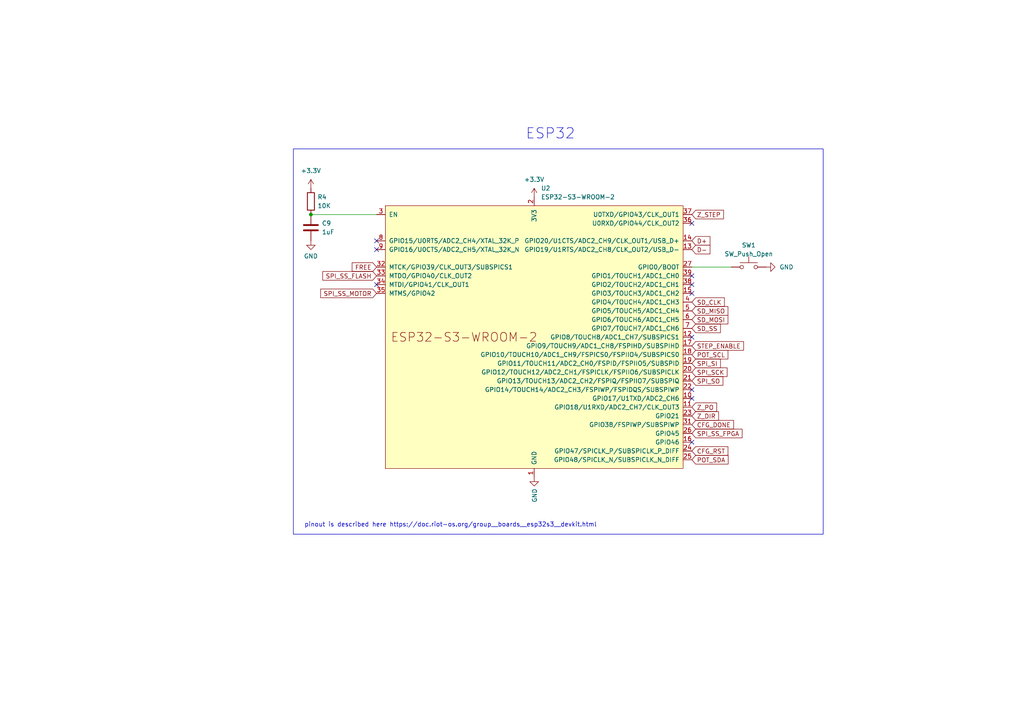
<source format=kicad_sch>
(kicad_sch (version 20231120) (generator "eeschema") (generator_version "8.0")
  (paper "A4")
  (lib_symbols
    (symbol "Device:C" (pin_numbers hide) (pin_names (offset 0.254))
      (property "Reference" "C" (at 0.635 2.54 0))
      (property "Value" "C" (at 0.635 -2.54 0))
      (symbol "C_0_1"
        (polyline (pts (xy -2.032 -0.762) (xy 2.032 -0.762)) (stroke (width 0.508)))
        (polyline (pts (xy -2.032 0.762) (xy 2.032 0.762)) (stroke (width 0.508)))
      )
      (symbol "C_1_1"
        (pin passive line (at 0 3.81 270) (length 2.794) (name "~") (number "1"))
        (pin passive line (at 0 -3.81 90) (length 2.794) (name "~") (number "2"))
      )
    )
    (symbol "Device:R" (pin_numbers hide) (pin_names (offset 0))
      (property "Reference" "R" (at 2.032 0 90))
      (property "Value" "R" (at 0 0 90))
      (symbol "R_0_1"
        (rectangle (start -1.016 -2.54) (end 1.016 2.54) (stroke (width 0.254)))
      )
      (symbol "R_1_1"
        (pin passive line (at 0 3.81 270) (length 1.27) (name "~") (number "1"))
        (pin passive line (at 0 -3.81 90) (length 1.27) (name "~") (number "2"))
      )
    )
    (symbol "Espressif:ESP32-S3-WROOM-2" (pin_names (offset 1.016))
      (property "Reference" "U" (at -43.18 43.18 0))
      (property "Value" "ESP32-S3-WROOM-2" (at -43.18 40.64 0))
      (symbol "ESP32-S3-WROOM-2_0_0"
        (text "ESP32-S3-WROOM-2" (at -20.32 0 0) (effects (font (size 2.54 2.54))))
        (pin power_in line (at 0 -40.64 90) (length 2.54) (name "GND") (number "1"))
        (pin bidirectional line (at 45.72 -17.78 180) (length 2.54) (name "GPIO17/U1TXD/ADC2_CH6") (number "10"))
        (pin bidirectional line (at 45.72 -20.32 180) (length 2.54) (name "GPIO18/U1RXD/ADC2_CH7/CLK_OUT3") (number "11"))
        (pin bidirectional line (at 45.72 0 180) (length 2.54) (name "GPIO8/TOUCH8/ADC1_CH7/SUBSPICS1") (number "12"))
        (pin bidirectional line (at 45.72 25.4 180) (length 2.54) (name "GPIO19/U1RTS/ADC2_CH8/CLK_OUT2/USB_D-") (number "13"))
        (pin bidirectional line (at 45.72 27.94 180) (length 2.54) (name "GPIO20/U1CTS/ADC2_CH9/CLK_OUT1/USB_D+") (number "14"))
        (pin bidirectional line (at 45.72 12.7 180) (length 2.54) (name "GPIO3/TOUCH3/ADC1_CH2") (number "15"))
        (pin bidirectional line (at 45.72 -30.48 180) (length 2.54) (name "GPIO46") (number "16"))
        (pin bidirectional line (at 45.72 -2.54 180) (length 2.54) (name "GPIO9/TOUCH9/ADC1_CH8/FSPIHD/SUBSPIHD") (number "17"))
        (pin bidirectional line (at 45.72 -5.08 180) (length 2.54) (name "GPIO10/TOUCH10/ADC1_CH9/FSPICS0/FSPIIO4/SUBSPICS0") (number "18"))
        (pin bidirectional line (at 45.72 -7.62 180) (length 2.54) (name "GPIO11/TOUCH11/ADC2_CH0/FSPID/FSPIIO5/SUBSPID") (number "19"))
        (pin power_in line (at 0 40.64 270) (length 2.54) (name "3V3") (number "2"))
        (pin bidirectional line (at 45.72 -10.16 180) (length 2.54) (name "GPIO12/TOUCH12/ADC2_CH1/FSPICLK/FSPIIO6/SUBSPICLK") (number "20"))
        (pin bidirectional line (at 45.72 -12.7 180) (length 2.54) (name "GPIO13/TOUCH13/ADC2_CH2/FSPIQ/FSPIIO7/SUBSPIQ") (number "21"))
        (pin bidirectional line (at 45.72 -15.24 180) (length 2.54) (name "GPIO14/TOUCH14/ADC2_CH3/FSPIWP/FSPIDQS/SUBSPIWP") (number "22"))
        (pin bidirectional line (at 45.72 -22.86 180) (length 2.54) (name "GPIO21") (number "23"))
        (pin bidirectional line (at 45.72 -33.02 180) (length 2.54) (name "GPIO47/SPICLK_P/SUBSPICLK_P_DIFF") (number "24"))
        (pin bidirectional line (at 45.72 -35.56 180) (length 2.54) (name "GPIO48/SPICLK_N/SUBSPICLK_N_DIFF") (number "25"))
        (pin bidirectional line (at 45.72 -27.94 180) (length 2.54) (name "GPIO45") (number "26"))
        (pin bidirectional line (at 45.72 20.32 180) (length 2.54) (name "GPIO0/BOOT") (number "27"))
        (pin no_connect line (at -43.18 -35.56 0) (length 2.54) hide (name "NC") (number "28"))
        (pin no_connect line (at -43.18 -33.02 0) (length 2.54) hide (name "NC") (number "29"))
        (pin input line (at -45.72 35.56 0) (length 2.54) (name "EN") (number "3"))
        (pin no_connect line (at -43.18 -30.48 0) (length 2.54) hide (name "NC") (number "30"))
        (pin bidirectional line (at 45.72 -25.4 180) (length 2.54) (name "GPIO38/FSPIWP/SUBSPIWP") (number "31"))
        (pin bidirectional line (at -45.72 20.32 0) (length 2.54) (name "MTCK/GPIO39/CLK_OUT3/SUBSPICS1") (number "32"))
        (pin bidirectional line (at -45.72 17.78 0) (length 2.54) (name "MTDO/GPIO40/CLK_OUT2") (number "33"))
        (pin bidirectional line (at -45.72 15.24 0) (length 2.54) (name "MTDI/GPIO41/CLK_OUT1") (number "34"))
        (pin bidirectional line (at -45.72 12.7 0) (length 2.54) (name "MTMS/GPIO42") (number "35"))
        (pin bidirectional line (at 45.72 33.02 180) (length 2.54) (name "U0RXD/GPIO44/CLK_OUT2") (number "36"))
        (pin bidirectional line (at 45.72 35.56 180) (length 2.54) (name "U0TXD/GPIO43/CLK_OUT1") (number "37"))
        (pin bidirectional line (at 45.72 15.24 180) (length 2.54) (name "GPIO2/TOUCH2/ADC1_CH1") (number "38"))
        (pin bidirectional line (at 45.72 17.78 180) (length 2.54) (name "GPIO1/TOUCH1/ADC1_CH0") (number "39"))
        (pin bidirectional line (at 45.72 10.16 180) (length 2.54) (name "GPIO4/TOUCH4/ADC1_CH3") (number "4"))
        (pin passive line (at 0 -40.64 90) (length 2.54) hide (name "GND") (number "40"))
        (pin passive line (at 0 -40.64 90) (length 2.54) hide (name "GND") (number "41"))
        (pin bidirectional line (at 45.72 7.62 180) (length 2.54) (name "GPIO5/TOUCH5/ADC1_CH4") (number "5"))
        (pin bidirectional line (at 45.72 5.08 180) (length 2.54) (name "GPIO6/TOUCH6/ADC1_CH5") (number "6"))
        (pin bidirectional line (at 45.72 2.54 180) (length 2.54) (name "GPIO7/TOUCH7/ADC1_CH6") (number "7"))
        (pin bidirectional line (at -45.72 27.94 0) (length 2.54) (name "GPIO15/U0RTS/ADC2_CH4/XTAL_32K_P") (number "8"))
        (pin bidirectional line (at -45.72 25.4 0) (length 2.54) (name "GPIO16/U0CTS/ADC2_CH5/XTAL_32K_N") (number "9"))
      )
      (symbol "ESP32-S3-WROOM-2_0_1"
        (rectangle (start -43.18 38.1) (end 43.18 -38.1) (fill (type background)))
      )
    )
    (symbol "Switch:SW_Push" (pin_numbers hide) (pin_names (offset 1.016) hide)
      (property "Reference" "SW" (at 1.27 2.54 0))
      (property "Value" "SW_Push" (at 0 -1.524 0))
      (symbol "SW_Push_0_1"
        (circle (center -2.032 0) (radius 0.508))
        (polyline (pts (xy 0 1.27) (xy 0 3.048)))
        (polyline (pts (xy 2.54 1.27) (xy -2.54 1.27)))
        (circle (center 2.032 0) (radius 0.508))
        (pin passive line (at -5.08 0 0) (length 2.54) (name "1") (number "1"))
        (pin passive line (at 5.08 0 180) (length 2.54) (name "2") (number "2"))
      )
    )
    (symbol "power:+3.3V" (power) (pin_names (offset 0))
      (property "Value" "+3.3V" (at 0 3.556 0))
      (symbol "+3.3V_0_1"
        (polyline (pts (xy -0.762 1.27) (xy 0 2.54)))
        (polyline (pts (xy 0 0) (xy 0 2.54)))
        (polyline (pts (xy 0 2.54) (xy 0.762 1.27)))
      )
      (symbol "+3.3V_1_1"
        (pin power_in line (at 0 0 90) (length 0) hide (name "+3.3V") (number "1"))
      )
    )
    (symbol "power:GND" (power) (pin_names (offset 0))
      (property "Value" "GND" (at 0 -3.81 0))
      (symbol "GND_0_1"
        (polyline (pts (xy 0 0) (xy 0 -1.27) (xy 1.27 -1.27) (xy 0 -2.54) (xy -1.27 -1.27) (xy 0 -1.27)))
      )
      (symbol "GND_1_1"
        (pin power_in line (at 0 0 270) (length 0) hide (name "GND") (number "1"))
      )
    )
  )
  (junction (at 90.17 62.23))
  (no_connect (at 200.66 85.09))
  (no_connect (at 200.66 97.79))
  (no_connect (at 200.66 113.03))
  (no_connect (at 200.66 64.77))
  (no_connect (at 200.66 82.55))
  (no_connect (at 200.66 80.01))
  (no_connect (at 109.22 82.55))
  (no_connect (at 109.22 69.85))
  (no_connect (at 200.66 128.27))
  (no_connect (at 109.22 72.39))
  (no_connect (at 200.66 115.57))
  (wire (pts (xy 90.17 62.23) (xy 109.22 62.23)))
  (wire (pts (xy 200.66 77.47) (xy 212.09 77.47)))
  (rectangle (start 85.09 43.18) (end 238.76 154.94))
  (text "ESP32" (at 152.4 40.64 0) (effects (font (size 3 3)) (justify left bottom)))
  (text "pinout is described here https://doc.riot-os.org/group__boards__esp32s3__devkit.html" (at 88.265 153.035 0) (effects (font (size 1.27 1.27)) (justify left bottom)))
  (global_label "SPI_SS_FPGA" (shape input) (at 200.66 125.73 0) (property "Intersheetrefs" "${INTERSHEET_REFS}" (effects (hide yes))))
  (global_label "SD_MOSI" (shape input) (at 200.66 92.71 0) (property "Intersheetrefs" "${INTERSHEET_REFS}" (effects (hide yes))))
  (global_label "SPI_SI" (shape input) (at 200.66 105.41 0) (property "Intersheetrefs" "${INTERSHEET_REFS}" (effects (hide yes))))
  (global_label "POT_SCL" (shape input) (at 200.66 102.87 0) (property "Intersheetrefs" "${INTERSHEET_REFS}" (effects (hide yes))))
  (global_label "Z_STEP" (shape input) (at 200.66 62.23 0) (property "Intersheetrefs" "${INTERSHEET_REFS}" (effects (hide yes))))
  (global_label "STEP_ENABLE" (shape input) (at 200.66 100.33 0) (property "Intersheetrefs" "${INTERSHEET_REFS}" (effects (hide yes))))
  (global_label "Z_DIR" (shape input) (at 200.66 120.65 0) (property "Intersheetrefs" "${INTERSHEET_REFS}" (effects (hide yes))))
  (global_label "POT_SDA" (shape input) (at 200.66 133.35 0) (property "Intersheetrefs" "${INTERSHEET_REFS}" (effects (hide yes))))
  (global_label "SPI_SO" (shape input) (at 200.66 110.49 0) (property "Intersheetrefs" "${INTERSHEET_REFS}" (effects (hide yes))))
  (global_label "SPI_SS_MOTOR" (shape input) (at 109.22 85.09 180) (property "Intersheetrefs" "${INTERSHEET_REFS}" (effects (hide yes))))
  (global_label "SPI_SS_FLASH" (shape input) (at 109.22 80.01 180) (property "Intersheetrefs" "${INTERSHEET_REFS}" (effects (hide yes))))
  (global_label "FREE" (shape input) (at 109.22 77.47 180) (property "Intersheetrefs" "${INTERSHEET_REFS}" (effects (hide yes))))
  (global_label "SD_CLK" (shape input) (at 200.66 87.63 0) (property "Intersheetrefs" "${INTERSHEET_REFS}" (effects (hide yes))))
  (global_label "SD_MISO" (shape input) (at 200.66 90.17 0) (property "Intersheetrefs" "${INTERSHEET_REFS}" (effects (hide yes))))
  (global_label "D-" (shape input) (at 200.66 72.39 0) (property "Intersheetrefs" "${INTERSHEET_REFS}" (effects (hide yes))))
  (global_label "CFG_RST" (shape input) (at 200.66 130.81 0) (property "Intersheetrefs" "${INTERSHEET_REFS}" (effects (hide yes))))
  (global_label "SD_SS" (shape input) (at 200.66 95.25 0) (property "Intersheetrefs" "${INTERSHEET_REFS}" (effects (hide yes))))
  (global_label "D+" (shape input) (at 200.66 69.85 0) (property "Intersheetrefs" "${INTERSHEET_REFS}" (effects (hide yes))))
  (global_label "Z_PO" (shape input) (at 200.66 118.11 0) (property "Intersheetrefs" "${INTERSHEET_REFS}" (effects (hide yes))))
  (global_label "CFG_DONE" (shape input) (at 200.66 123.19 0) (property "Intersheetrefs" "${INTERSHEET_REFS}" (effects (hide yes))))
  (global_label "SPI_SCK" (shape input) (at 200.66 107.95 0) (property "Intersheetrefs" "${INTERSHEET_REFS}" (effects (hide yes))))
  (symbol (lib_id "power:GND") (at 90.17 69.85 0) (unit 1)
    (property "Reference" "#PWR05" (effects (hide yes)))
    (property "Value" "GND" (at 90.17 74.295 0))
  )
  (symbol (lib_id "power:+3.3V") (at 154.94 57.15 0) (unit 1)
    (property "Reference" "#PWR07" (effects (hide yes)))
    (property "Value" "+3.3V" (at 154.94 52.07 0))
  )
  (symbol (lib_id "Device:C") (at 90.17 66.04 0) (unit 1)
    (property "Reference" "C9" (at 93.345 64.77 0) (effects (justify left)))
    (property "Value" "1uF" (at 93.345 67.31 0) (effects (justify left)))
    (property "Footprint" "Capacitor_SMD:C_0805_2012Metric_Pad1.18x1.45mm_HandSolder" (effects (hide yes)))
  )
  (symbol (lib_id "power:GND") (at 222.25 77.47 90) (unit 1)
    (property "Reference" "#PWR032" (effects (hide yes)))
    (property "Value" "GND" (at 226.06 77.47 90) (effects (justify right)))
  )
  (symbol (lib_id "Switch:SW_Push") (at 217.17 77.47 0) (unit 1)
    (property "Reference" "SW1" (at 217.17 71.12 0))
    (property "Value" "SW_Push_Open" (at 217.17 73.66 0))
    (property "Footprint" "footprints:SW_SPST_CK_KXT3" (effects (hide yes)))
    (property "Datasheet" "https://nl.farnell.com/c-k-components/kxt-331-lhs/tactile-switch-spst-0-02a-15vdc/dp/3023200?st=kxt3" (effects (hide yes)))
    (property "Farnell" "3023200" (effects (hide yes)))
  )
  (symbol (lib_id "power:GND") (at 154.94 138.43 0) (unit 1)
    (property "Reference" "#PWR08" (effects (hide yes)))
    (property "Value" "GND" (at 155.067 141.6812 90) (effects (justify right)))
    (instances (project "main_board" (path "" (reference "#PWR08") (unit 1))) (project "" (path "" (reference "#PWR0105") (unit 1))))
  )
  (symbol (lib_id "power:+3.3V") (at 90.17 54.61 0) (unit 1)
    (property "Reference" "#PWR04" (effects (hide yes)))
    (property "Value" "+3.3V" (at 90.17 49.53 0))
  )
  (symbol (lib_id "Espressif:ESP32-S3-WROOM-2") (at 154.94 97.79 0) (unit 1)
    (property "Reference" "U2" (at 156.8959 54.61 0) (effects (justify left)))
    (property "Value" "ESP32-S3-WROOM-2" (at 156.8959 57.15 0) (effects (justify left)))
    (property "Footprint" "footprints:ESP32-S3-WROOM-2" (effects (hide yes)))
    (property "Datasheet" "https://www.espressif.com/sites/default/files/documentation/esp32-s3-wroom-2_datasheet_en.pdf" (effects (hide yes)))
  )
  (symbol (lib_id "Device:R") (at 90.17 58.42 0) (unit 1)
    (property "Reference" "R4" (at 92.075 57.15 0) (effects (justify left)))
    (property "Value" "10K" (at 92.075 59.69 0) (effects (justify left)))
    (property "Footprint" "Resistor_SMD:R_0805_2012Metric" (effects (hide yes)))
  )
)
</source>
